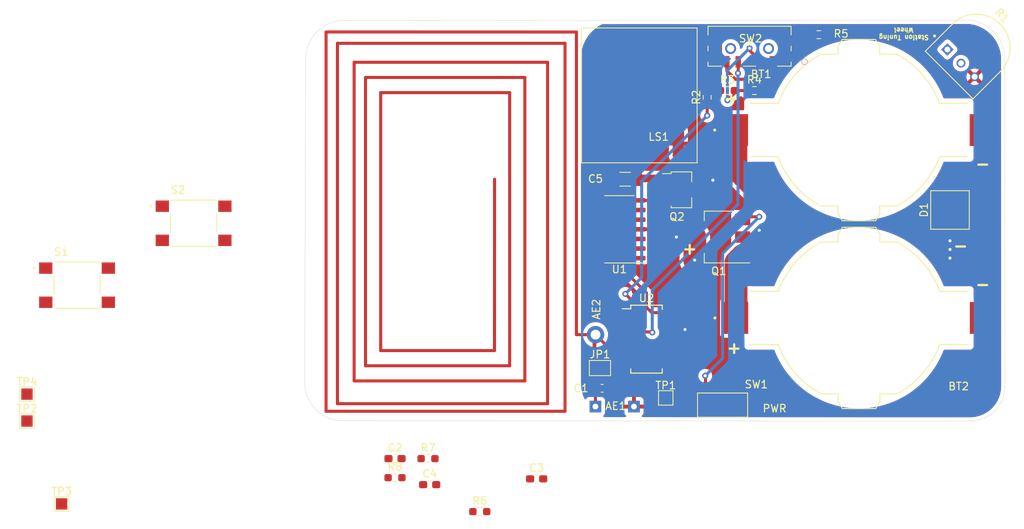
<source format=kicad_pcb>
(kicad_pcb (version 20211014) (generator pcbnew)
  (title_block (title "WalletRadio") (rev "1.0.0"))
  (layers (0 "F.Cu" signal) (31 "B.Cu" signal) (34 "B.Paste" user) (35 "F.Paste" user) (36 "B.SilkS" user "B.Silkscreen") (37 "F.SilkS" user "F.Silkscreen") (38 "B.Mask" user) (39 "F.Mask" user) (44 "Edge.Cuts" user))
  (net 0 "")
  (net 1 "GND")
  (net 2 "/+Vbat")
  (net 3 "Net-(C2-Pad1)")
  (net 4 "Net-(C3-Pad2)")
  (net 5 "Net-(C4-Pad1)")
  (net 6 "Net-(AE1-Pad1)")
  (net 7 "Net-(Q2-Pad3)")
  (net 8 "Net-(AE2-Pad1)")
  (net 9 "Net-(C5-Pad1)")
  (net 10 "Net-(R1-Pad2)")
  (net 11 "Net-(C5-Pad2)")
  (net 12 "Net-(C1-Pad2)")
  (net 13 "Net-(Q1-Pad3)")
  (net 14 "/TUNE1")
  (net 17 "Net-(SW2-Pad3)")
  (net 20 "/VOL+")
  (net 21 "/VOL-")
  (net 25 "Net-(BT1-Pad+)")
  (net 26 "Net-(R2-Pad2)")
  (net 27 "Net-(R3-Pad2)")
  (net 28 "Net-(R4-Pad2)")
  (footprint "TestPoint:TestPoint_Pad_1.5x1.5mm" (layer "F.Cu") (at 66.675 125.609)
    (fp_text reference "TP4" (at 0 -1.648) (layer "F.SilkS"))
    (fp_text value "TestPoint")
    (fp_line (start -0.95 0.95) (end -0.95 -0.95) (layer "F.SilkS") (width 0.12))
    (fp_line (start -0.95 -0.95) (end 0.95 -0.95) (layer "F.SilkS") (width 0.12))
    (fp_line (start 0.95 -0.95) (end 0.95 0.95) (layer "F.SilkS") (width 0.12))
    (fp_line (start 0.95 0.95) (end -0.95 0.95) (layer "F.SilkS") (width 0.12))
    (pad "1" smd rect (at 0 0) (size 1.5 1.5) (layers "F.Cu" "F.Mask") (net 9 "Net-(C5-Pad1)"))
  )
  (footprint "Capacitor_SMD:C_0603_1608Metric_Pad1.08x0.95mm_HandSolder" (layer "F.Cu") (at 119.761 137.541)
    (fp_text reference "C4" (at 0 -1.43) (layer "F.SilkS"))
    (fp_text value "0.1uF")
    (fp_line (start -0.146267 -0.51) (end 0.146267 -0.51) (layer "F.SilkS") (width 0.12))
    (fp_line (start -0.146267 0.51) (end 0.146267 0.51) (layer "F.SilkS") (width 0.12))
    (pad "1" smd roundrect (at -0.8625 0) (size 1.075 0.95) (layers "F.Cu" "F.Paste" "F.Mask") (net 5 "Net-(C4-Pad1)"))
    (pad "2" smd roundrect (at 0.8625 0) (size 1.075 0.95) (layers "F.Cu" "F.Paste" "F.Mask") (net 1 "GND"))
  )
  (footprint "Capacitor_SMD:C_0603_1608Metric_Pad1.08x0.95mm_HandSolder" (layer "F.Cu") (at 133.858 136.779)
    (fp_text reference "C3" (at 0 -1.43) (layer "F.SilkS"))
    (fp_text value "0.1u")
    (fp_line (start -0.146267 0.51) (end 0.146267 0.51) (layer "F.SilkS") (width 0.12))
    (fp_line (start -0.146267 -0.51) (end 0.146267 -0.51) (layer "F.SilkS") (width 0.12))
    (pad "1" smd roundrect (at -0.8625 0) (size 1.075 0.95) (layers "F.Cu" "F.Paste" "F.Mask") (net 1 "GND"))
    (pad "2" smd roundrect (at 0.8625 0) (size 1.075 0.95) (layers "F.Cu" "F.Paste" "F.Mask") (net 4 "Net-(C3-Pad2)"))
  )
  (footprint "Capacitor_SMD:C_0603_1608Metric_Pad1.08x0.95mm_HandSolder" (layer "F.Cu") (at 115.189 134.112)
    (fp_text reference "C2" (at 0 -1.43) (layer "F.SilkS"))
    (fp_text value "0.1u")
    (fp_line (start -0.146267 -0.51) (end 0.146267 -0.51) (layer "F.SilkS") (width 0.12))
    (fp_line (start -0.146267 0.51) (end 0.146267 0.51) (layer "F.SilkS") (width 0.12))
    (pad "1" smd roundrect (at -0.8625 0) (size 1.075 0.95) (layers "F.Cu" "F.Paste" "F.Mask") (net 3 "Net-(C2-Pad1)"))
    (pad "2" smd roundrect (at 0.8625 0) (size 1.075 0.95) (layers "F.Cu" "F.Paste" "F.Mask") (net 2 "/+Vbat"))
  )
  (footprint "WalletRadio:FM_antenna" (layer "F.Cu") (at 140.5015 117.76 90)
    (fp_text reference "AE2" (at 3.333 1.2305 90 unlocked) (layer "F.SilkS"))
    (fp_text value "Antenna")
    (fp_line (start -3.65 -29.2) (end -4.11 -29.2) (layer "F.Cu") (width 0.4))
    (fp_line (start -10.11 -34.4) (end -10.11 -2.9) (layer "F.Cu") (width 0.4))
    (fp_line (start -2.11 -27.2) (end -2.11 -12.2) (layer "F.Cu") (width 0.4))
    (fp_line (start -4.11 -10.2) (end 31.89 -10.2) (layer "F.Cu") (width 0.4))
    (fp_line (start -10.11 -2.9) (end 38.39 -2.9) (layer "F.Cu") (width 0.4))
    (fp_line (start 35.89 -30.7) (end -6.11 -30.7) (layer "F.Cu") (width 0.4))
    (fp_line (start -9.11 -32.9) (end -9.11 -5.2) (layer "F.Cu") (width 0.4))
    (fp_line (start 31.89 -27.2) (end -1.44 -27.2) (layer "F.Cu") (width 0.4))
    (fp_line (start -1.44 -27.2) (end -2.11 -27.2) (layer "F.Cu") (width 0.4))
    (fp_line (start 33.89 -29.2) (end -3.38 -29.2) (layer "F.Cu") (width 0.4))
    (fp_line (start 39.89 -34.4) (end -10.11 -34.4) (layer "F.Cu") (width 0.4))
    (fp_line (start 39.88 -1.4) (end 39.89 -34.4) (layer "F.Cu") (width 0.4))
    (fp_line (start -6.11 -8.2) (end 33.89 -8.2) (layer "F.Cu") (width 0.4))
    (fp_line (start 38.39 -32.9) (end -9.11 -32.9) (layer "F.Cu") (width 0.4))
    (fp_line (start -0.01 -1.4) (end 39.88 -1.4) (layer "F.Cu") (width 0.4))
    (fp_line (start -6.11 -30.7) (end -6.11 -8.2) (layer "F.Cu") (width 0.4))
    (fp_line (start -0.01 0) (end -0.01 -1.4) (layer "F.Cu") (width 0.4))
    (fp_line (start -4.11 -29.2) (end -4.11 -10.2) (layer "F.Cu") (width 0.4))
    (fp_line (start 33.89 -8.2) (end 33.89 -29.2) (layer "F.Cu") (width 0.4))
    (fp_line (start -2.11 -12.2) (end 20.49 -12.19) (layer "F.Cu") (width 0.4))
    (fp_line (start 35.89 -5.2) (end 35.89 -30.7) (layer "F.Cu") (width 0.4))
    (fp_line (start 38.39 -2.9) (end 38.39 -32.9) (layer "F.Cu") (width 0.4))
    (fp_line (start -3.38 -29.2) (end -3.65 -29.2) (layer "F.Cu") (width 0.4))
    (fp_line (start -9.11 -5.2) (end 35.89 -5.2) (layer "F.Cu") (width 0.4))
    (fp_line (start 31.89 -10.2) (end 31.89 -27.2) (layer "F.Cu") (width 0.4))
    (pad "1" thru_hole circle (at -0.01 1.12 90) (size 2.286 2.286) (drill 1.3) (layers *.Cu *.Mask) (net 8 "Net-(AE2-Pad1)"))
  )
  (footprint "WalletRadio:SW_TS05-66-43-BK-260-SMT-67" (layer "F.Cu") (at 88.639 103.092)
    (fp_text reference "S2" (at -2.075 -4.385) (layer "F.SilkS"))
    (fp_text value "TS05-66-43-BK-260-SMT-67")
    (fp_line (start -3.05 -1.18) (end -3.05 1.18) (layer "F.SilkS") (width 0.127))
    (fp_line (start -2.93 3.05) (end 2.93 3.05) (layer "F.SilkS") (width 0.127))
    (fp_line (start 3.05 -1.18) (end 3.05 1.18) (layer "F.SilkS") (width 0.127))
    (fp_line (start -2.93 -3.05) (end 2.93 -3.05) (layer "F.SilkS") (width 0.127))
    (fp_circle (center -5.625 -2.25) (end -5.525 -2.25) (layer "F.SilkS") (width 0.2) (fill none))
    (pad "1" smd rect (at -4.125 -2.25) (size 1.75 1.5) (layers "F.Cu" "F.Paste" "F.Mask"))
    (pad "2" smd rect (at -4.125 2.25) (size 1.75 1.5) (layers "F.Cu" "F.Paste" "F.Mask"))
    (pad "3" smd rect (at 4.125 -2.25) (size 1.75 1.5) (layers "F.Cu" "F.Paste" "F.Mask") (net 21 "/VOL-"))
    (pad "4" smd rect (at 4.125 2.25) (size 1.75 1.5) (layers "F.Cu" "F.Paste" "F.Mask") (net 1 "GND"))
  )
  (footprint "WalletRadio:CUS-13TB" (layer "F.Cu") (at 161.925 79.756 180)
    (fp_text reference "SW2" (at -0.127 1.016) (layer "F.SilkS"))
    (fp_text value "CUS-13TB" hide)
    (fp_text user "*" (at 0 0) (layer "F.SilkS"))
    (fp_circle (center -7.2517 -2.0519) (end -6.8707 -2.0519) (layer "B.SilkS") (width 0.12) (fill none))
    (fp_line (start -5.4737 2.628901) (end 5.4737 2.628901) (layer "F.SilkS") (width 0.12))
    (fp_line (start -3.688339 -2.6289) (end -5.4737 -2.6289) (layer "F.SilkS") (width 0.12))
    (fp_line (start -5.4737 1.48724) (end -5.4737 2.628901) (layer "F.SilkS") (width 0.12))
    (fp_line (start -5.4737 -0.612759) (end -5.4737 0.00896) (layer "F.SilkS") (width 0.12))
    (fp_line (start 0.81166 -2.6289) (end -0.81166 -2.6289) (layer "F.SilkS") (width 0.12))
    (fp_line (start 5.4737 0.00896) (end 5.4737 -0.612759) (layer "F.SilkS") (width 0.12))
    (fp_line (start -5.4737 -2.6289) (end -5.4737 -2.091039) (layer "F.SilkS") (width 0.12))
    (fp_line (start 5.4737 2.628901) (end 5.4737 1.48724) (layer "F.SilkS") (width 0.12))
    (fp_line (start 5.4737 -2.091039) (end 5.4737 -2.6289) (layer "F.SilkS") (width 0.12))
    (fp_line (start 5.4737 -2.6289) (end 3.688339 -2.6289) (layer "F.SilkS") (width 0.12))
    (fp_circle (center -7.2517 -2.0519) (end -6.8707 -2.0519) (layer "F.SilkS") (width 0.12) (fill none))
    (pad "1" smd rect (at -2.999999 -2.0519 180) (size 0.7112 1.4986) (layers "F.Cu" "F.Paste" "F.Mask") (net 26 "Net-(R2-Pad2)"))
    (pad "2" smd rect (at -1.5 -2.0519 180) (size 0.7112 1.4986) (layers "F.Cu" "F.Paste" "F.Mask") (net 27 "Net-(R3-Pad2)"))
    (pad "3" smd rect (at 1.5 -2.0519 180) (size 0.7112 1.4986) (layers "F.Cu" "F.Paste" "F.Mask") (net 17 "Net-(SW2-Pad3)"))
    (pad "4" smd rect (at 2.999999 -2.0519 180) (size 0.7112 1.4986) (layers "F.Cu" "F.Paste" "F.Mask") (net 28 "Net-(R4-Pad2)"))
    (pad "5" smd rect (at -5.899998 -1.351899 180) (size 0.9906 0.8128) (layers "F.Cu" "F.Paste" "F.Mask"))
    (pad "6" smd rect (at 5.899998 -1.351899 180) (size 0.9906 0.8128) (layers "F.Cu" "F.Paste" "F.Mask"))
    (pad "7" smd rect (at -5.899998 0.7481 180) (size 0.9906 0.8128) (layers "F.Cu" "F.Paste" "F.Mask"))
    (pad "8" smd rect (at 5.899998 0.7481 180) (size 0.9906 0.8128) (layers "F.Cu" "F.Paste" "F.Mask"))
    (pad "9" thru_hole circle (at -2.5 -0.30184 180) (size 1.4478 1.4478) (drill 0.9398) (layers *.Cu *.Mask))
    (pad "10" thru_hole circle (at 2.5 -0.30184 180) (size 1.4478 1.4478) (drill 0.9398) (layers *.Cu *.Mask))
  )
  (footprint "WalletRadio:TRIM_3352T-1-103LF" (layer "F.Cu") (at 191.823873 79.956128 -45)
    (fp_text reference "R1" (at -0.625 -5.435 135) (layer "F.SilkS"))
    (fp_text value "3352T-1-104LF")
    (fp_line (start -4.445 0) (end -4.445 5.08) (layer "F.SilkS") (width 0.127))
    (fp_line (start -4.445 5.08) (end 4.445 5.08) (layer "F.SilkS") (width 0.127))
    (fp_line (start 4.445 0) (end 4.445 5.08) (layer "F.SilkS") (width 0.127))
    (fp_arc (start -4.445 0) (mid 0 -4.445) (end 4.445 0) (layer "F.SilkS") (width 0.127))
    (fp_circle (center -5 2.8) (end -4.9 2.8) (layer "F.SilkS") (width 0.2) (fill none))
    (pad "1" thru_hole rect locked (at -2.54 2.87 315) (size 1.16 1.16) (drill 0.76) (layers *.Cu *.Mask) (net 14 "/TUNE1"))
    (pad "2" thru_hole circle locked (at 0 2.87 315) (size 1.16 1.16) (drill 0.76) (layers *.Cu *.Mask) (net 10 "Net-(R1-Pad2)"))
    (pad "3" thru_hole circle locked (at 2.54 2.87 315) (size 1.16 1.16) (drill 0.76) (layers *.Cu *.Mask) (net 1 "GND"))
  )
  (footprint "TestPoint:TestPoint_Pad_1.5x1.5mm" (layer "F.Cu") (at 66.675 129.159)
    (fp_text reference "TP2" (at 0 -1.648) (layer "F.SilkS"))
    (fp_text value "TestPoint")
    (fp_line (start -0.95 0.95) (end -0.95 -0.95) (layer "F.SilkS") (width 0.12))
    (fp_line (start 0.95 0.95) (end -0.95 0.95) (layer "F.SilkS") (width 0.12))
    (fp_line (start -0.95 -0.95) (end 0.95 -0.95) (layer "F.SilkS") (width 0.12))
    (fp_line (start 0.95 -0.95) (end 0.95 0.95) (layer "F.SilkS") (width 0.12))
    (pad "1" smd rect (at 0 0) (size 1.5 1.5) (layers "F.Cu" "F.Mask") (net 2 "/+Vbat"))
  )
  (footprint "TestPoint:TestPoint_Pad_1.5x1.5mm" (layer "F.Cu") (at 71.247 140.081)
    (fp_text reference "TP3" (at 0 -1.648) (layer "F.SilkS"))
    (fp_text value "TestPoint")
    (fp_line (start -0.95 -0.95) (end 0.95 -0.95) (layer "F.SilkS") (width 0.12))
    (fp_line (start 0.95 0.95) (end -0.95 0.95) (layer "F.SilkS") (width 0.12))
    (fp_line (start -0.95 0.95) (end -0.95 -0.95) (layer "F.SilkS") (width 0.12))
    (fp_line (start 0.95 -0.95) (end 0.95 0.95) (layer "F.SilkS") (width 0.12))
    (pad "1" smd rect (at 0 0) (size 1.5 1.5) (layers "F.Cu" "F.Mask") (net 7 "Net-(Q2-Pad3)"))
  )
  (footprint "WalletRadio:BAT_BU2032SM-JJ-MINI-GTR" (layer "F.Cu") (at 176.328 90.805)
    (fp_text reference "BT1" (at -12.879 -7.366) (layer "F.SilkS"))
    (fp_text value "BU2032SM-JJ-MINI-GTR")
    (fp_line (start -5.04 -10) (end -2.75 -10) (layer "F.SilkS") (width 0.127))
    (fp_line (start -2.75 10) (end -5.04 10) (layer "F.SilkS") (width 0.127))
    (fp_line (start 2.75 10) (end 2.75 11.04) (layer "F.SilkS") (width 0.127))
    (fp_line (start -2.75 -11.04) (end -2.2 -11.95) (layer "F.SilkS") (width 0.127))
    (fp_line (start 10.64 3.5) (end 14.3 3.5) (layer "F.SilkS") (width 0.127))
    (fp_line (start 5.04 10) (end 2.75 10) (layer "F.SilkS") (width 0.127))
    (fp_line (start -2.75 11.04) (end -2.75 10) (layer "F.SilkS") (width 0.127))
    (fp_line (start -10.64 -3.5) (end -14.3 -3.5) (layer "F.SilkS") (width 0.127))
    (fp_line (start -2.2 -11.95) (end 2.2 -11.95) (layer "F.SilkS") (width 0.127))
    (fp_line (start -2.2 11.95) (end -2.75 11.04) (layer "F.SilkS") (width 0.127))
    (fp_line (start 2.2 -11.95) (end 2.75 -11.04) (layer "F.SilkS") (width 0.127))
    (fp_line (start -2.75 -10) (end -2.75 -11.04) (layer "F.SilkS") (width 0.127))
    (fp_line (start 2.2 11.95) (end -2.2 11.95) (layer "F.SilkS") (width 0.127))
    (fp_line (start 14.3 -3.5) (end 10.64 -3.5) (layer "F.SilkS") (width 0.127))
    (fp_line (start 2.75 11.04) (end 2.2 11.95) (layer "F.SilkS") (width 0.127))
    (fp_line (start -14.3 3.5) (end -10.64 3.5) (layer "F.SilkS") (width 0.127))
    (fp_line (start 2.75 -11.04) (end 2.75 -10) (layer "F.SilkS") (width 0.127))
    (fp_line (start 2.75 -10) (end 5.04 -10) (layer "F.SilkS") (width 0.127))
    (fp_arc (start -10.64 -3.5) (mid -8.425939 -7.254809) (end -5.04 -10) (layer "F.SilkS") (width 0.127))
    (fp_arc (start 5.04 -10) (mid 8.425939 -7.254809) (end 10.64 -3.5) (layer "F.SilkS") (width 0.127))
    (fp_arc (start 10.64 3.5) (mid 8.425939 7.254809) (end 5.04 10) (layer "F.SilkS") (width 0.127))
    (fp_arc (start -5.04 10) (mid -8.425939 7.254809) (end -10.64 3.5) (layer "F.SilkS") (width 0.127))
    (fp_circle (center -19 0) (end -18.9 0) (layer "F.SilkS") (width 0.2) (fill none))
    (fp_line (start -14.605 -3.685) (end -14.605 3.685) (layer "Edge.Cuts") (width 0.01))
    (fp_line (start -10.82 -3.685) (end -14.605 -3.685) (layer "Edge.Cuts") (width 0.01))
    (fp_line (start 10.82 3.685) (end 14.605 3.685) (layer "Edge.Cuts") (width 0.01))
    (fp_line (start 14.605 -3.685) (end 10.82 -3.685) (layer "Edge.Cuts") (width 0.01))
    (fp_line (start -14.605 3.685) (end -10.82 3.685) (layer "Edge.Cuts") (width 0.01))
    (fp_line (start 14.605 3.685) (end 14.605 -3.685) (layer "Edge.Cuts") (width 0.01))
    (fp_arc (start 0 -11.43) (mid 6.653137 -9.294201) (end 10.82 -3.685) (layer "Edge.Cuts") (width 0.01))
    (fp_arc (start 0 11.43) (mid -6.653137 9.294201) (end -10.82 3.685) (layer "Edge.Cuts") (width 0.01))
    (fp_arc (start 10.82 3.685) (mid 6.653137 9.294201) (end 0 11.43) (layer "Edge.Cuts") (width 0.01))
    (fp_arc (start -10.82 -3.685) (mid -6.653137 -9.294201) (end 0 -11.43) (layer "Edge.Cuts") (width 0.01))
    (pad "+" smd rect (at -16.205 0) (size 3.2 4.2) (layers "F.Cu" "F.Paste" "F.Mask") (net 25 "Net-(BT1-Pad+)"))
    (pad "-" smd rect (at 16.205 0 180) (size 3.2 4.2) (layers "F.Cu" "F.Paste" "F.Mask") (net 1 "GND"))
  )
  (footprint "Resistor_SMD:R_0603_1608Metric_Pad0.98x0.95mm_HandSolder" (layer "F.Cu") (at 171.0455 78.232)
    (fp_text reference "R5" (at 2.9445 -0.127) (layer "F.SilkS"))
    (fp_text value "67k")
    (fp_line (start -0.254724 0.5225) (end 0.254724 0.5225) (layer "F.SilkS") (width 0.12))
    (fp_line (start -0.254724 -0.5225) (end 0.254724 -0.5225) (layer "F.SilkS") (width 0.12))
    (pad "1" smd roundrect (at -0.9125 0) (size 0.975 0.95) (layers "F.Cu" "F.Paste" "F.Mask") (net 28 "Net-(R4-Pad2)"))
    (pad "2" smd roundrect (at 0.9125 0) (size 0.975 0.95) (layers "F.Cu" "F.Paste" "F.Mask") (net 1 "GND"))
  )
  (footprint "WalletRadio:Wall" (layer "F.Cu") (at 147.39 92.583 180)
    (fp_text reference "LS1" (at -2.560511 0.889) (layer "F.SilkS"))
    (fp_text value "8 Ohm Speaker")
    (fp_line (start 7.62 -2.54) (end 7.62 15.24) (layer "F.SilkS") (width 0.12))
    (fp_line (start -7.62 -2.54) (end 7.62 -2.54) (layer "F.SilkS") (width 0.12))
    (fp_line (start 7.62 15.24) (end -7.62 15.24) (layer "F.SilkS") (width 0.12))
    (fp_line (start -7.62 15.24) (end -7.62 -2.54) (layer "F.SilkS") (width 0.12))
    (pad "1" smd rect locked (at 5.15 0 180) (size 1.5 3.5) (layers "F.Cu" "F.Paste" "F.Mask") (net 9 "Net-(C5-Pad1)"))
    (pad "2" smd rect locked (at -5.15 0 180) (size 1.5 3.5) (layers "F.Cu" "F.Paste" "F.Mask") (net 1 "GND"))
  )
  (footprint "Package_TO_SOT_SMD:SOT-89-3_Handsoldering" (layer "F.Cu") (at 152.6395 98.679)
    (fp_text reference "Q2" (at -0.2845 3.556) (layer "F.SilkS"))
    (fp_text value "Q_NPN_ECB")
    (fp_line (start -2.2 -2.13) (end -1.06 -2.13) (layer "F.SilkS") (width 0.12))
    (fp_line (start 1.66 2.36) (end -1.06 2.36) (layer "F.SilkS") (width 0.12))
    (fp_line (start -1.06 2.36) (end -1.06 2.13) (layer "F.SilkS") (width 0.12))
    (fp_line (start -1.06 -2.36) (end 1.66 -2.36) (layer "F.SilkS") (width 0.12))
    (fp_line (start 1.66 1.05) (end 1.66 2.36) (layer "F.SilkS") (width 0.12))
    (fp_line (start 1.66 -2.36) (end 1.66 -1.05) (layer "F.SilkS") (width 0.12))
    (fp_line (start -1.06 -2.36) (end -1.06 -2.13) (layer "F.SilkS") (width 0.12))
    (pad "1" smd rect (at -2.15 -1.5) (size 2.3 0.9) (layers "F.Cu" "F.Paste" "F.Mask") (net 11 "Net-(C5-Pad2)"))
    (pad "2" smd custom (at -2.0625 0) (size 2.475 0.9) (layers "F.Cu" "F.Paste" "F.Mask") (net 2 "/+Vbat") (options (clearance outline) (anchor rect)) (primitives (gr_poly (pts (xy 5.3625 0.8665) (xy 1.2375 0.8665) (xy 1.2375 -0.8665) (xy 5.3625 -0.8665)) (width 0) (fill yes))))
    (pad "3" smd rect (at -2.15 1.5) (size 2.3 0.9) (layers "F.Cu" "F.Paste" "F.Mask") (net 7 "Net-(Q2-Pad3)"))
  )
  (footprint "TestPoint:TestPoint_Pad_1.5x1.5mm" (layer "F.Cu") (at 150.876 126.111)
    (fp_text reference "TP1" (at 0 -1.648) (layer "F.SilkS"))
    (fp_text value "TestPoint")
    (fp_line (start -0.95 -0.95) (end 0.95 -0.95) (layer "F.SilkS") (width 0.12))
    (fp_line (start 0.95 0.95) (end -0.95 0.95) (layer "F.SilkS") (width 0.12))
    (fp_line (start 0.95 -0.95) (end 0.95 0.95) (layer "F.SilkS") (width 0.12))
    (fp_line (start -0.95 0.95) (end -0.95 -0.95) (layer "F.SilkS") (width 0.12))
    (pad "1" smd rect (at 0 0) (size 1.5 1.5) (layers "F.Cu" "F.Mask") (net 25 "Net-(BT1-Pad+)"))
  )
  (footprint "Package_SO:SOIC-14_3.9x8.7mm_P1.27mm" (layer "F.Cu") (at 144.7655 103.886 180)
    (fp_text reference "U1" (at 0 -5.28) (layer "F.SilkS"))
    (fp_text value "LM324A")
    (fp_line (start 0 4.435) (end 1.95 4.435) (layer "F.SilkS") (width 0.12))
    (fp_line (start 0 -4.435) (end 1.95 -4.435) (layer "F.SilkS") (width 0.12))
    (fp_line (start 0 4.435) (end -1.95 4.435) (layer "F.SilkS") (width 0.12))
    (fp_line (start 0 -4.435) (end -3.45 -4.435) (layer "F.SilkS") (width 0.12))
    (pad "1" smd roundrect (at -2.475 -3.81 180) (size 1.95 0.6) (layers "F.Cu" "F.Paste" "F.Mask"))
    (pad "2" smd roundrect (at -2.475 -2.54 180) (size 1.95 0.6) (layers "F.Cu" "F.Paste" "F.Mask"))
    (pad "3" smd roundrect (at -2.475 -1.27 180) (size 1.95 0.6) (layers "F.Cu" "F.Paste" "F.Mask"))
    (pad "4" smd roundrect (at -2.475 0 180) (size 1.95 0.6) (layers "F.Cu" "F.Paste" "F.Mask") (net 2 "/+Vbat"))
    (pad "5" smd roundrect (at -2.475 1.27 180) (size 1.95 0.6) (layers "F.Cu" "F.Paste" "F.Mask") (net 5 "Net-(C4-Pad1)"))
    (pad "6" smd roundrect (at -2.475 2.54 180) (size 1.95 0.6) (layers "F.Cu" "F.Paste" "F.Mask") (net 11 "Net-(C5-Pad2)"))
    (pad "7" smd roundrect (at -2.475 3.81 180) (size 1.95 0.6) (layers "F.Cu" "F.Paste" "F.Mask") (net 7 "Net-(Q2-Pad3)"))
    (pad "8" smd roundrect (at 2.475 3.81 180) (size 1.95 0.6) (layers "F.Cu" "F.Paste" "F.Mask"))
    (pad "9" smd roundrect (at 2.475 2.54 180) (size 1.95 0.6) (layers "F.Cu" "F.Paste" "F.Mask"))
    (pad "10" smd roundrect (at 2.475 1.27 180) (size 1.95 0.6) (layers "F.Cu" "F.Paste" "F.Mask"))
    (pad "11" smd roundrect (at 2.475 0 180) (size 1.95 0.6) (layers "F.Cu" "F.Paste" "F.Mask") (net 1 "GND"))
    (pad "12" smd roundrect (at 2.475 -1.27 180) (size 1.95 0.6) (layers "F.Cu" "F.Paste" "F.Mask"))
    (pad "13" smd roundrect (at 2.475 -2.54 180) (size 1.95 0.6) (layers "F.Cu" "F.Paste" "F.Mask"))
    (pad "14" smd roundrect (at 2.475 -3.81 180) (size 1.95 0.6) (layers "F.Cu" "F.Paste" "F.Mask"))
  )
  (footprint "Resistor_SMD:R_0603_1608Metric_Pad0.98x0.95mm_HandSolder" (layer "F.Cu") (at 119.539 134.112)
    (fp_text reference "R7" (at 0 -1.43) (layer "F.SilkS"))
    (fp_text value "56k")
    (fp_line (start -0.254724 -0.5225) (end 0.254724 -0.5225) (layer "F.SilkS") (width 0.12))
    (fp_line (start -0.254724 0.5225) (end 0.254724 0.5225) (layer "F.SilkS") (width 0.12))
    (pad "1" smd roundrect (at -0.9125 0) (size 0.975 0.95) (layers "F.Cu" "F.Paste" "F.Mask") (net 2 "/+Vbat"))
    (pad "2" smd roundrect (at 0.9125 0) (size 0.975 0.95) (layers "F.Cu" "F.Paste" "F.Mask") (net 21 "/VOL-"))
  )
  (footprint "Capacitor_SMD:C_1206_3216Metric_Pad1.33x1.80mm_HandSolder" (layer "F.Cu") (at 145.5275 97.282)
    (fp_text reference "C5" (at -3.9116 -0.0508) (layer "F.SilkS"))
    (fp_text value "100uF")
    (fp_line (start -0.711252 -0.91) (end 0.711252 -0.91) (layer "F.SilkS") (width 0.12))
    (fp_line (start -0.711252 0.91) (end 0.711252 0.91) (layer "F.SilkS") (width 0.12))
    (pad "1" smd roundrect (at -1.5625 0) (size 1.325 1.8) (layers "F.Cu" "F.Paste" "F.Mask") (roundrect_rratio 0.188679) (net 9 "Net-(C5-Pad1)"))
    (pad "2" smd roundrect (at 1.5625 0) (size 1.325 1.8) (layers "F.Cu" "F.Paste" "F.Mask") (roundrect_rratio 0.188679) (net 11 "Net-(C5-Pad2)"))
  )
  (footprint "WalletRadio:Loop_Antenna" (layer "F.Cu") (at 144.145 127.254)
    (fp_text reference "AE1" (at 0.127 -0.0762) (layer "F.SilkS"))
    (fp_text value "Antenna_Loop")
    (pad "1" thru_hole rect locked (at -2.54 0) (size 1.524 1.524) (drill 0.762) (layers *.Cu *.Mask) (net 6 "Net-(AE1-Pad1)"))
    (pad "2" thru_hole rect locked (at 2.54 0) (size 1.524 1.524) (drill 0.762) (layers *.Cu *.Mask) (net 1 "GND"))
  )
  (footprint "Resistor_SMD:R_0603_1608Metric_Pad0.98x0.95mm_HandSolder" (layer "F.Cu") (at 162.56 85.598)
    (fp_text reference "R4" (at 0 -1.43) (layer "F.SilkS"))
    (fp_text value "180k")
    (fp_line (start -0.254724 -0.5225) (end 0.254724 -0.5225) (layer "F.SilkS") (width 0.12))
    (fp_line (start -0.254724 0.5225) (end 0.254724 0.5225) (layer "F.SilkS") (width 0.12))
    (pad "1" smd roundrect (at -0.9125 0) (size 0.975 0.95) (layers "F.Cu" "F.Paste" "F.Mask") (net 27 "Net-(R3-Pad2)"))
    (pad "2" smd roundrect (at 0.9125 0) (size 0.975 0.95) (layers "F.Cu" "F.Paste" "F.Mask") (net 28 "Net-(R4-Pad2)"))
  )
  (footprint "Resistor_SMD:R_0603_1608Metric_Pad0.98x0.95mm_HandSolder" (layer "F.Cu") (at 156.337 86.487 90)
    (fp_text reference "R2" (at 0 -1.43 90) (layer "F.SilkS"))
    (fp_text value "143k")
    (fp_line (start -0.254724 0.5225) (end 0.254724 0.5225) (layer "F.SilkS") (width 0.12))
    (fp_line (start -0.254724 -0.5225) (end 0.254724 -0.5225) (layer "F.SilkS") (width 0.12))
    (pad "1" smd roundrect (at -0.9125 0 90) (size 0.975 0.95) (layers "F.Cu" "F.Paste" "F.Mask") (net 14 "/TUNE1"))
    (pad "2" smd roundrect (at 0.9125 0 90) (size 0.975 0.95) (layers "F.Cu" "F.Paste" "F.Mask") (net 26 "Net-(R2-Pad2)"))
  )
  (footprint "WalletRadio:BAT_BU2032SM-JJ-MINI-GTR" (layer "F.Cu") (at 176.351 115.57)
    (fp_text reference "BT2" (at 13.133 9.017) (layer "F.SilkS"))
    (fp_text value "BU2032SM-JJ-MINI-GTR")
    (fp_line (start 2.2 -11.95) (end 2.75 -11.04) (layer "F.SilkS") (width 0.127))
    (fp_line (start -2.2 -11.95) (end 2.2 -11.95) (layer "F.SilkS") (width 0.127))
    (fp_line (start -2.75 -11.04) (end -2.2 -11.95) (layer "F.SilkS") (width 0.127))
    (fp_line (start 2.75 -10) (end 5.04 -10) (layer "F.SilkS") (width 0.127))
    (fp_line (start -2.75 -10) (end -2.75 -11.04) (layer "F.SilkS") (width 0.127))
    (fp_line (start -10.64 -3.5) (end -14.3 -3.5) (layer "F.SilkS") (width 0.127))
    (fp_line (start -2.75 11.04) (end -2.75 10) (layer "F.SilkS") (width 0.127))
    (fp_line (start 10.64 3.5) (end 14.3 3.5) (layer "F.SilkS") (width 0.127))
    (fp_line (start -2.2 11.95) (end -2.75 11.04) (layer "F.SilkS") (width 0.127))
    (fp_line (start -14.3 3.5) (end -10.64 3.5) (layer "F.SilkS") (width 0.127))
    (fp_line (start 5.04 10) (end 2.75 10) (layer "F.SilkS") (width 0.127))
    (fp_line (start -2.75 10) (end -5.04 10) (layer "F.SilkS") (width 0.127))
    (fp_line (start -5.04 -10) (end -2.75 -10) (layer "F.SilkS") (width 0.127))
    (fp_line (start 2.2 11.95) (end -2.2 11.95) (layer "F.SilkS") (width 0.127))
    (fp_line (start 14.3 -3.5) (end 10.64 -3.5) (layer "F.SilkS") (width 0.127))
    (fp_line (start 2.75 10) (end 2.75 11.04) (layer "F.SilkS") (width 0.127))
    (fp_line (start 2.75 -11.04) (end 2.75 -10) (layer "F.SilkS") (width 0.127))
    (fp_line (start 2.75 11.04) (end 2.2 11.95) (layer "F.SilkS") (width 0.127))
    (fp_arc (start 5.04 -10) (mid 8.425939 -7.254809) (end 10.64 -3.5) (layer "F.SilkS") (width 0.127))
    (fp_arc (start -5.04 10) (mid -8.425939 7.254809) (end -10.64 3.5) (layer "F.SilkS") (width 0.127))
    (fp_arc (start 10.64 3.5) (mid 8.425939 7.254809) (end 5.04 10) (layer "F.SilkS") (width 0.127))
    (fp_arc (start -10.64 -3.5) (mid -8.425939 -7.254809) (end -5.04 -10) (layer "F.SilkS") (width 0.127))
    (fp_circle (center -19 0) (end -18.9 0) (layer "F.SilkS") (width 0.2) (fill none))
    (fp_line (start 10.82 3.685) (end 14.605 3.685) (layer "Edge.Cuts") (width 0.01))
    (fp_line (start 14.605 3.685) (end 14.605 -3.685) (layer "Edge.Cuts") (width 0.01))
    (fp_line (start 14.605 -3.685) (end 10.82 -3.685) (layer "Edge.Cuts") (width 0.01))
    (fp_line (start -14.605 3.685) (end -10.82 3.685) (layer "Edge.Cuts") (width 0.01))
    (fp_line (start -14.605 -3.685) (end -14.605 3.685) (layer "Edge.Cuts") (width 0.01))
    (fp_line (start -10.82 -3.685) (end -14.605 -3.685) (layer "Edge.Cuts") (width 0.01))
    (fp_arc (start -10.82 -3.685) (mid -6.653137 -9.294201) (end 0 -11.43) (layer "Edge.Cuts") (width 0.01))
    (fp_arc (start 10.82 3.685) (mid 6.653137 9.294201) (end 0 11.43) (layer "Edge.Cuts") (width 0.01))
    (fp_arc (start 0 -11.43) (mid 6.653137 -9.294201) (end 10.82 -3.685) (layer "Edge.Cuts") (width 0.01))
    (fp_arc (start 0 11.43) (mid -6.653137 9.294201) (end -10.82 3.685) (layer "Edge.Cuts") (width 0.01))
    (pad "+" smd rect (at -16.205 0) (size 3.2 4.2) (layers "F.Cu" "F.Paste" "F.Mask") (net 25 "Net-(BT1-Pad+)"))
    (pad "-" smd rect (at 16.205 0 180) (size 3.2 4.2) (layers "F.Cu" "F.Paste" "F.Mask") (net 1 "GND"))
  )
  (footprint "WalletRadio:5.0SMDJ9.0CA" (layer "F.Cu") (at 188.341 101.336 90)
    (fp_text reference "D1" (at 0 -3.429 90) (layer "F.SilkS"))
    (fp_text value "D_TVS")
    (fp_line (start -2.54 2.54) (end -2.54 -2.54) (layer "F.SilkS") (width 0.12))
    (fp_line (start 2.54 -2.54) (end 2.54 2.54) (layer "F.SilkS") (width 0.12))
    (fp_line (start -2.54 -2.54) (end 2.54 -2.54) (layer "F.SilkS") (width 0.12))
    (fp_line (start 2.54 2.54) (end -2.54 2.54) (layer "F.SilkS") (width 0.12))
    (pad "1" smd rect locked (at -2.55 0 90) (size 2 3.07) (layers "F.Cu" "F.Paste" "F.Mask") (net 2 "/+Vbat"))
    (pad "2" smd rect locked (at 2.55 0 90) (size 2 3.07) (layers "F.Cu" "F.Paste" "F.Mask") (net 1 "GND"))
  )
  (footprint "Capacitor_SMD:C_0603_1608Metric_Pad1.08x0.95mm_HandSolder" (layer "F.Cu") (at 142.494 124.841)
    (fp_text reference "C1" (at -2.794 0) (layer "F.SilkS"))
    (fp_text value "0.47u")
    (fp_line (start -0.146267 -0.51) (end 0.146267 -0.51) (layer "F.SilkS") (width 0.12))
    (fp_line (start -0.146267 0.51) (end 0.146267 0.51) (layer "F.SilkS") (width 0.12))
    (pad "1" smd roundrect (at -0.8625 0) (size 1.075 0.95) (layers "F.Cu" "F.Paste" "F.Mask") (net 6 "Net-(AE1-Pad1)"))
    (pad "2" smd roundrect (at 0.8625 0) (size 1.075 0.95) (layers "F.Cu" "F.Paste" "F.Mask") (net 12 "Net-(C1-Pad2)"))
  )
  (footprint "Package_TO_SOT_SMD:SOT-223" (layer "F.Cu") (at 157.861 104.902 180)
    (fp_text reference "Q1" (at 0 -4.5) (layer "F.SilkS"))
    (fp_text value "BSP315P")
    (fp_line (start -1.85 3.41) (end 1.91 3.41) (layer "F.SilkS") (width 0.12))
    (fp_line (start 1.91 3.41) (end 1.91 2.15) (layer "F.SilkS") (width 0.12))
    (fp_line (start -4.1 -3.41) (end 1.91 -3.41) (layer "F.SilkS") (width 0.12))
    (fp_line (start 1.91 -3.41) (end 1.91 -2.15) (layer "F.SilkS") (width 0.12))
    (pad "1" smd rect (at -3.15 -2.3 180) (size 2 1.5) (layers "F.Cu" "F.Paste" "F.Mask") (net 25 "Net-(BT1-Pad+)"))
    (pad "2" smd rect (at -3.15 0 180) (size 2 1.5) (layers "F.Cu" "F.Paste" "F.Mask") (net 2 "/+Vbat"))
    (pad "3" smd rect (at -3.15 2.3 180) (size 2 1.5) (layers "F.Cu" "F.Paste" "F.Mask") (net 13 "Net-(Q1-Pad3)"))
    (pad "4" smd rect (at 3.15 0 180) (size 2 3.8) (layers "F.Cu" "F.Paste" "F.Mask") (net 2 "/+Vbat"))
  )
  (footprint "Resistor_SMD:R_0603_1608Metric_Pad0.98x0.95mm_HandSolder" (layer "F.Cu") (at 159.004 85.598)
    (fp_text reference "R3" (at 0 -1.43) (layer "F.SilkS"))
    (fp_text value "110k")
    (fp_line (start -0.254724 0.5225) (end 0.254724 0.5225) (layer "F.SilkS") (width 0.12))
    (fp_line (start -0.254724 -0.5225) (end 0.254724 -0.5225) (layer "F.SilkS") (width 0.12))
    (pad "1" smd roundrect (at -0.9125 0) (size 0.975 0.95) (layers "F.Cu" "F.Paste" "F.Mask") (net 26 "Net-(R2-Pad2)"))
    (pad "2" smd roundrect (at 0.9125 0) (size 0.975 0.95) (layers "F.Cu" "F.Paste" "F.Mask") (net 27 "Net-(R3-Pad2)"))
  )
  (footprint "WalletRadio:CUS-12TB_Switch" (layer "F.Cu") (at 158.369 121.967)
    (fp_text reference "SW1" (at 4.445 2.366) (layer "F.SilkS"))
    (fp_text value "SW_SPDT")
    (fp_line (start -3.3 6.7) (end -3.3 3.5) (layer "F.SilkS") (width 0.12))
    (fp_line (start 3.3 6.7) (end -3.3 6.7) (layer "F.SilkS") (width 0.12))
    (fp_line (start -3.3 3.5) (end 3.3 3.5) (layer "F.SilkS") (width 0.12))
    (fp_line (start 3.3 3.5) (end 3.3 6.7) (layer "F.SilkS") (width 0.12))
    (pad "1" smd rect (at 0.75 2.8) (size 0.6 1.5) (layers "F.Cu" "F.Paste" "F.Mask") (net 1 "GND"))
    (pad "2" smd rect (at -2.25 2.8) (size 0.6 1.5) (layers "F.Cu" "F.Paste" "F.Mask") (net 13 "Net-(Q1-Pad3)"))
    (pad "3" smd rect (at 2.25 2.8) (size 0.6 1.5) (layers "F.Cu" "F.Paste" "F.Mask") (net 25 "Net-(BT1-Pad+)"))
    (pad "4" smd rect (at 3.9 5.08 90) (size 0.6 1.2) (layers "F.Cu" "F.Paste" "F.Mask"))
    (pad "4" smd rect (at -3.9 3.8 90) (size 0.6 1.2) (layers "F.Cu" "F.Paste" "F.Mask"))
    (pad "4" smd rect (at -3.9 5.08 90) (size 0.6 1.2) (layers "F.Cu" "F.Paste" "F.Mask"))
    (pad "4" smd rect (at 3.9 3.8 90) (size 0.6 1.2) (layers "F.Cu" "F.Paste" "F.Mask"))
  )
  (footprint "Resistor_SMD:R_0603_1608Metric_Pad0.98x0.95mm_HandSolder" (layer "F.Cu") (at 126.365 141.097)
    (fp_text reference "R6" (at 0 -1.43) (layer "F.SilkS"))
    (fp_text value "100k")
    (fp_line (start -0.254724 -0.5225) (end 0.254724 -0.5225) (layer "F.SilkS") (width 0.12))
    (fp_line (start -0.254724 0.5225) (end 0.254724 0.5225) (layer "F.SilkS") (width 0.12))
    (pad "1" smd roundrect (at -0.9125 0) (size 0.975 0.95) (layers "F.Cu" "F.Paste" "F.Mask") (net 2 "/+Vbat"))
    (pad "2" smd roundrect (at 0.9125 0) (size 0.975 0.95) (layers "F.Cu" "F.Paste" "F.Mask") (net 4 "Net-(C3-Pad2)"))
  )
  (footprint "WalletRadio:SW_TS05-66-43-BK-260-SMT-67" (layer "F.Cu") (at 73.279 111.252)
    (fp_text reference "S1" (at -2.075 -4.385) (layer "F.SilkS"))
    (fp_text value "TS05-66-43-BK-260-SMT-67")
    (fp_line (start -2.93 3.05) (end 2.93 3.05) (layer "F.SilkS") (width 0.127))
    (fp_line (start 3.05 -1.18) (end 3.05 1.18) (layer "F.SilkS") (width 0.127))
    (fp_line (start -2.93 -3.05) (end 2.93 -3.05) (layer "F.SilkS") (width 0.127))
    (fp_line (start -3.05 -1.18) (end -3.05 1.18) (layer "F.SilkS") (width 0.127))
    (fp_circle (center -5.625 -2.25) (end -5.525 -2.25) (layer "F.SilkS") (width 0.2) (fill none))
    (pad "1" smd rect (at -4.125 -2.25) (size 1.75 1.5) (layers "F.Cu" "F.Paste" "F.Mask") (net 20 "/VOL+"))
    (pad "2" smd rect (at -4.125 2.25) (size 1.75 1.5) (layers "F.Cu" "F.Paste" "F.Mask") (net 1 "GND"))
    (pad "3" smd rect (at 4.125 -2.25) (size 1.75 1.5) (layers "F.Cu" "F.Paste" "F.Mask"))
    (pad "4" smd rect (at 4.125 2.25) (size 1.75 1.5) (layers "F.Cu" "F.Paste" "F.Mask"))
  )
  (footprint "Jumper:SolderJumper-2_P1.3mm_Open_TrianglePad1.0x1.5mm" (layer "F.Cu") (at 142.203 122.174)
    (fp_text reference "JP1" (at 0 -1.8) (layer "F.SilkS"))
    (fp_text value "SolderJumper_2_Open")
    (fp_line (start -1.4 1) (end -1.4 -1) (layer "F.SilkS") (width 0.12))
    (fp_line (start 1.4 1) (end -1.4 1) (layer "F.SilkS") (width 0.12))
    (fp_line (start -1.4 -1) (end 1.4 -1) (layer "F.SilkS") (width 0.12))
    (fp_line (start 1.4 -1) (end 1.4 1) (layer "F.SilkS") (width 0.12))
    (pad "1" smd custom (at -0.725 0) (size 0.3 0.3) (layers "F.Cu" "F.Mask") (net 8 "Net-(AE2-Pad1)") (options (clearance outline) (anchor rect)) (primitives (gr_poly (pts (xy 1 0) (xy 0.5 0.75) (xy -0.5 0.75) (xy -0.5 -0.75) (xy 0.5 -0.75)) (width 0) (fill yes))))
    (pad "2" smd custom (at 0.725 0) (size 0.3 0.3) (layers "F.Cu" "F.Mask") (net 6 "Net-(AE1-Pad1)") (options (clearance outline) (anchor rect)) (primitives (gr_poly (pts (xy 0.5 0.75) (xy -0.65 0.75) (xy -0.15 0) (xy -0.65 -0.75) (xy 0.5 -0.75)) (width 0) (fill yes))))
  )
  (footprint "Package_SO:SSOP-24_3.9x8.7mm_P0.635mm" (layer "F.Cu") (at 148.336 118.364)
    (fp_text reference "U2" (at 0 -5.4) (layer "F.SilkS"))
    (fp_text value "Si4824")
    (fp_line (start 2.075 -4.475) (end 2.075 -3.9175) (layer "F.SilkS") (width 0.15))
    (fp_line (start -2.075 -4) (end -3.2 -4) (layer "F.SilkS") (width 0.15))
    (fp_line (start -2.075 4.475) (end -2.075 3.9175) (layer "F.SilkS") (width 0.15))
    (fp_line (start -2.075 4.475) (end 2.075 4.475) (layer "F.SilkS") (width 0.15))
    (fp_line (start -2.075 -4.475) (end 2.075 -4.475) (layer "F.SilkS") (width 0.15))
    (fp_line (start -2.075 -4.475) (end -2.075 -4) (layer "F.SilkS") (width 0.15))
    (fp_line (start 2.075 4.475) (end 2.075 3.9175) (layer "F.SilkS") (width 0.15))
    (pad "1" smd rect (at -2.6 -3.4925) (size 1.2 0.4) (layers "F.Cu" "F.Paste" "F.Mask"))
    (pad "2" smd rect (at -2.6 -2.8575) (size 1.2 0.4) (layers "F.Cu" "F.Paste" "F.Mask"))
    (pad "3" smd rect (at -2.6 -2.2225) (size 1.2 0.4) (layers "F.Cu" "F.Paste" "F.Mask") (net 14 "/TUNE1"))
    (pad "4" smd rect (at -2.6 -1.5875) (size 1.2 0.4) (layers "F.Cu" "F.Paste" "F.Mask") (net 10 "Net-(R1-Pad2)"))
    (pad "5" smd rect (at -2.6 -0.9525) (size 1.2 0.4) (layers "F.Cu" "F.Paste" "F.Mask") (net 17 "Net-(SW2-Pad3)"))
    (pad "6" smd rect (at -2.6 -0.3175) (size 1.2 0.4) (layers "F.Cu" "F.Paste" "F.Mask"))
    (pad "7" smd rect (at -2.6 0.3175) (size 1.2 0.4) (layers "F.Cu" "F.Paste" "F.Mask"))
    (pad "8" smd rect (at -2.6 0.9525) (size 1.2 0.4) (layers "F.Cu" "F.Paste" "F.Mask") (net 8 "Net-(AE2-Pad1)"))
    (pad "9" smd rect (at -2.6 1.5875) (size 1.2 0.4) (layers "F.Cu" "F.Paste" "F.Mask") (net 1 "GND"))
    (pad "10" smd rect (at -2.6 2.2225) (size 1.2 0.4) (layers "F.Cu" "F.Paste" "F.Mask") (net 1 "GND"))
    (pad "11" smd rect (at -2.6 2.8575) (size 1.2 0.4) (layers "F.Cu" "F.Paste" "F.Mask") (net 1 "GND"))
    (pad "12" smd rect (at -2.6 3.4925) (size 1.2 0.4) (layers "F.Cu" "F.Paste" "F.Mask") (net 12 "Net-(C1-Pad2)"))
    (pad "13" smd rect (at 2.6 3.4925) (size 1.2 0.4) (layers "F.Cu" "F.Paste" "F.Mask") (net 1 "GND"))
    (pad "14" smd rect (at 2.6 2.8575) (size 1.2 0.4) (layers "F.Cu" "F.Paste" "F.Mask") (net 1 "GND"))
    (pad "15" smd rect (at 2.6 2.2225) (size 1.2 0.4) (layers "F.Cu" "F.Paste" "F.Mask") (net 4 "Net-(C3-Pad2)"))
    (pad "16" smd rect (at 2.6 1.5875) (size 1.2 0.4) (layers "F.Cu" "F.Paste" "F.Mask") (net 20 "/VOL+"))
    (pad "17" smd rect (at 2.6 0.9525) (size 1.2 0.4) (layers "F.Cu" "F.Paste" "F.Mask") (net 21 "/VOL-"))
    (pad "18" smd rect (at 2.6 0.3175) (size 1.2 0.4) (layers "F.Cu" "F.Paste" "F.Mask"))
    (pad "19" smd rect (at 2.6 -0.3175) (size 1.2 0.4) (layers "F.Cu" "F.Paste" "F.Mask"))
    (pad "20" smd rect (at 2.6 -0.9525) (size 1.2 0.4) (layers "F.Cu" "F.Paste" "F.Mask") (net 2 "/+Vbat"))
    (pad "21" smd rect (at 2.6 -1.5875) (size 1.2 0.4) (layers "F.Cu" "F.Paste" "F.Mask") (net 2 "/+Vbat"))
    (pad "22" smd rect (at 2.6 -2.2225) (size 1.2 0.4) (layers "F.Cu" "F.Paste" "F.Mask") (net 3 "Net-(C2-Pad1)"))
    (pad "23" smd rect (at 2.6 -2.8575) (size 1.2 0.4) (layers "F.Cu" "F.Paste" "F.Mask"))
    (pad "24" smd rect (at 2.6 -3.4925) (size 1.2 0.4) (layers "F.Cu" "F.Paste" "F.Mask") (net 5 "Net-(C4-Pad1)"))
  )
  (footprint "Resistor_SMD:R_0603_1608Metric_Pad0.98x0.95mm_HandSolder" (layer "F.Cu") (at 115.189 136.622)
    (fp_text reference "R8" (at 0 -1.43) (layer "F.SilkS"))
    (fp_text value "56k")
    (fp_line (start -0.254724 0.5225) (end 0.254724 0.5225) (layer "F.SilkS") (width 0.12))
    (fp_line (start -0.254724 -0.5225) (end 0.254724 -0.5225) (layer "F.SilkS") (width 0.12))
    (pad "1" smd roundrect (at -0.9125 0) (size 0.975 0.95) (layers "F.Cu" "F.Paste" "F.Mask") (net 2 "/+Vbat"))
    (pad "2" smd roundrect (at 0.9125 0) (size 0.975 0.95) (layers "F.Cu" "F.Paste" "F.Mask") (net 20 "/VOL+"))
  )
  (gr_arc (start 108.381245 129.128755) (mid 104.775 127.635) (end 103.281245 124.028755) (layer "Edge.Cuts") (width 0.05))
  (gr_line (start 190.999056 129.159) (end 108.381245 129.128755) (layer "Edge.Cuts") (width 0.05))
  (gr_line (start 195.584056 124.714) (end 195.575945 81.700675) (layer "Edge.Cuts") (width 0.05))
  (gr_arc (start 190.897057 76.327) (mid 194.303246 78.085017) (end 195.575945 81.700675) (layer "Edge.Cuts") (width 0.05))
  (gr_arc (start 195.584056 124.714) (mid 194.192027 127.865332) (end 190.999056 129.159) (layer "Edge.Cuts") (width 0.05))
  (gr_arc (start 103.408245 81.457245) (mid 104.902 77.851) (end 108.508245 76.357245) (layer "Edge.Cuts") (width 0.05))
  (gr_line (start 108.508245 76.357245) (end 190.897057 76.327) (layer "Edge.Cuts") (width 0.05))
  (gr_line (start 103.281245 124.028755) (end 103.408245 81.457245) (layer "Edge.Cuts") (width 0.05))
  (gr_text "Station Tuning\nWheel" (at 182.245 78.105 180) (layer "F.SilkS") (effects (font (size 0.6 0.6))))
  (gr_text "+" (at 159.893 119.507) (layer "F.SilkS") (effects (font (size 1.5 1.5) (thickness 0.3))))
  (gr_text "+\n" (at 159.512 86.614) (layer "F.SilkS") (effects (font (size 1.5 1.5) (thickness 0.3))))
  (gr_text "+" (at 154.0365 106.426) (layer "F.SilkS") (effects (font (size 1.5 1.5) (thickness 0.3))))
  (gr_text "-" (at 192.659 111.125) (layer "F.SilkS") (effects (font (size 1.5 1.5) (thickness 0.3))))
  (gr_text "-" (at 192.659 95.25) (layer "F.SilkS") (effects (font (size 1.5 1.5) (thickness 0.3))))
  (gr_text "PWR" (at 165.227 127.508) (layer "F.SilkS") (effects (font (size 1 1))))
  (gr_text "-" (at 189.738 106.045) (layer "F.SilkS") (effects (font (size 1.5 1.5) (thickness 0.3))))
  (segment (start 161.011 104.902) (end 162.306 104.902) (width 1) (layer "F.Cu") (net 2))
  (segment (start 149.4155 103.886) (end 150.4315 104.902) (width 0.5) (layer "F.Cu") (net 2))
  (segment (start 154.711 104.902) (end 152.273 104.902) (width 3) (layer "F.Cu") (net 2))
  (segment (start 154.711 104.902) (end 154.711 107.925) (width 3) (layer "F.Cu") (net 2))
  (segment (start 153.0985 116.7765) (end 150.936 116.7765) (width 0.4) (layer "F.Cu") (net 2))
  (segment (start 188.341 103.886) (end 188.341 105.4) (width 3) (layer "F.Cu") (net 2))
  (segment (start 150.4315 104.902) (end 152.273 104.902) (width 0.5) (layer "F.Cu") (net 2))
  (segment (start 150.577 98.679) (end 155.8145 98.679) (width 1) (layer "F.Cu") (net 2))
  (segment (start 153.0985 117.4115) (end 150.936 117.4115) (width 0.4) (layer "F.Cu") (net 2))
  (segment (start 147.2405 103.886) (end 149.4155 103.886) (width 0.5) (layer "F.Cu") (net 2))
  (segment (start 153.416 117.094) (end 153.0985 117.4115) (width 0.4) (layer "F.Cu") (net 2))
  (segment (start 155.8145 98.679) (end 157.0845 97.409) (width 1) (layer "F.Cu") (net 2))
  (segment (start 188.341 105.4) (end 188.341 106.543) (width 3) (layer "F.Cu") (net 2))
  (segment (start 188.341 106.543) (end 188.341 107.686) (width 3) (layer "F.Cu") (net 2))
  (segment (start 154.711 107.925) (end 154.686 107.95) (width 3) (layer "F.Cu") (net 2))
  (segment (start 153.416 117.094) (end 153.0985 116.7765) (width 0.4) (layer "F.Cu") (net 2))
  (segment (start 162.306 104.902) (end 163.195 104.013) (width 1) (layer "F.Cu") (net 2))
  (via (at 154.686 107.95) (size 0.8) (drill 0.4) (layers "F.Cu" "B.Cu") (net 2))
  (via (at 152.273 104.902) (size 0.8) (drill 0.4) (layers "F.Cu" "B.Cu") (net 2))
  (via (at 188.341 105.4) (size 0.8) (drill 0.4) (layers "F.Cu" "B.Cu") (net 2))
  (via (at 153.416 117.094) (size 0.8) (drill 0.4) (layers "F.Cu" "B.Cu") (net 2))
  (via (at 163.195 104.013) (size 0.8) (drill 0.4) (layers "F.Cu" "B.Cu") (net 2))
  (via (at 157.0845 97.409) (size 0.8) (drill 0.4) (layers "F.Cu" "B.Cu") (net 2))
  (via (at 188.341 107.686) (size 0.8) (drill 0.4) (layers "F.Cu" "B.Cu") (net 2))
  (via (at 188.341 106.543) (size 0.8) (drill 0.4) (layers "F.Cu" "B.Cu") (net 2))
  (segment (start 144.653 102.997) (end 144.653 108.585) (width 0.4) (layer "F.Cu") (net 5))
  (segment (start 145.034 102.616) (end 144.653 102.997) (width 0.4) (layer "F.Cu") (net 5))
  (segment (start 148.336 112.268) (end 148.336 114.173) (width 0.4) (layer "F.Cu") (net 5))
  (segment (start 147.2405 102.616) (end 145.034 102.616) (width 0.4) (layer "F.Cu") (net 5))
  (segment (start 144.653 108.585) (end 148.336 112.268) (width 0.4) (layer "F.Cu") (net 5))
  (segment (start 149.0345 114.8715) (end 150.936 114.8715) (width 0.4) (layer "F.Cu") (net 5))
  (segment (start 148.336 114.173) (end 149.0345 114.8715) (width 0.4) (layer "F.Cu") (net 5))
  (segment (start 141.605 127.254) (end 141.605 124.8675) (width 0.4) (layer "F.Cu") (net 6))
  (segment (start 142.928 122.174) (end 142.928 123.5445) (width 0.5) (layer "F.Cu") (net 6))
  (segment (start 141.605 124.8675) (end 141.6315 124.841) (width 0.4) (layer "F.Cu") (net 6))
  (segment (start 142.928 123.5445) (end 141.6315 124.841) (width 0.5) (layer "F.Cu") (net 6))
  (segment (start 150.3865 100.076) (end 150.4895 100.179) (width 0.4) (layer "F.Cu") (net 7))
  (segment (start 147.2405 100.076) (end 150.3865 100.076) (width 0.4) (layer "F.Cu") (net 7))
  (segment (start 145.736 119.3165) (end 143.168 119.3165) (width 0.4) (layer "F.Cu") (net 8))
  (segment (start 141.478 122.174) (end 141.478 117.9135) (width 0.5) (layer "F.Cu") (net 8))
  (segment (start 143.168 119.3165) (end 141.6215 117.77) (width 0.4) (layer "F.Cu") (net 8))
  (segment (start 141.478 117.9135) (end 141.6215 117.77) (width 0.5) (layer "F.Cu") (net 8))
  (segment (start 143.965 97.282) (end 143.965 96.975) (width 1) (layer "F.Cu") (net 9))
  (segment (start 142.24 95.25) (end 142.24 92.583) (width 1) (layer "F.Cu") (net 9))
  (segment (start 143.965 96.975) (end 142.24 95.25) (width 1) (layer "F.Cu") (net 9))
  (segment (start 145.5275 98.8445) (end 147.09 97.282) (width 0.4) (layer "F.Cu") (net 11))
  (segment (start 150.4895 97.179) (end 147.193 97.179) (width 1) (layer "F.Cu") (net 11))
  (segment (start 147.193 97.179) (end 147.09 97.282) (width 1) (layer "F.Cu") (net 11))
  (segment (start 146.0355 101.346) (end 145.5275 100.838) (width 0.4) (layer "F.Cu") (net 11))
  (segment (start 145.5275 100.838) (end 145.5275 98.8445) (width 0.4) (layer "F.Cu") (net 11))
  (segment (start 147.2405 101.346) (end 146.0355 101.346) (width 0.4) (layer "F.Cu") (net 11))
  (segment (start 143.3565 124.841) (end 143.3565 124.236) (width 0.4) (layer "F.Cu") (net 12))
  (segment (start 143.3565 124.236) (end 145.736 121.8565) (width 0.4) (layer "F.Cu") (net 12))
  (segment (start 156.119 124.767) (end 156.119 123.226) (width 0.4) (layer "F.Cu") (net 13))
  (segment (start 161.378 102.235) (end 161.011 102.602) (width 0.4) (layer "F.Cu") (net 13))
  (segment (start 156.119 123.226) (end 156.083 123.19) (width 0.4) (layer "F.Cu") (net 13))
  (segment (start 163.195 102.235) (end 161.378 102.235) (width 0.4) (layer "F.Cu") (net 13))
  (via (at 156.083 123.19) (size 0.8) (drill 0.4) (layers "F.Cu" "B.Cu") (net 13))
  (via (at 163.195 102.235) (size 0.8) (drill 0.4) (layers "F.Cu" "B.Cu") (net 13))
  (segment (start 158.369 120.904) (end 158.369 107.061) (width 0.4) (layer "B.Cu") (net 13))
  (segment (start 158.369 107.061) (end 163.195 102.235) (width 0.4) (layer "B.Cu") (net 13))
  (segment (start 156.083 123.19) (end 158.369 120.904) (width 0.4) (layer "B.Cu") (net 13))
  (segment (start 156.337 87.3995) (end 156.337 88.9) (width 0.4) (layer "F.Cu") (net 14))
  (segment (start 146.700022 116.1415) (end 145.736 116.1415) (width 0.4) (layer "F.Cu") (net 14))
  (segment (start 147.32 114.173) (end 147.32 115.521522) (width 0.4) (layer "F.Cu") (net 14))
  (segment (start 145.542 112.395) (end 147.32 114.173) (width 0.4) (layer "F.Cu") (net 14))
  (segment (start 147.32 115.521522) (end 146.700022 116.1415) (width 0.4) (layer "F.Cu") (net 14))
  (via (at 145.542 112.395) (size 0.8) (drill 0.4) (layers "F.Cu" "B.Cu") (net 14))
  (via (at 156.337 88.9) (size 0.8) (drill 0.4) (layers "F.Cu" "B.Cu") (net 14))
  (segment (start 145.542 112.395) (end 147.701 110.236) (width 0.4) (layer "B.Cu") (net 14))
  (segment (start 147.701 110.236) (end 147.701 97.536) (width 0.4) (layer "B.Cu") (net 14))
  (segment (start 147.701 97.536) (end 156.337 88.9) (width 0.4) (layer "B.Cu") (net 14))
  (segment (start 160.425 83.288) (end 160.401 83.312) (width 0.4) (layer "F.Cu") (net 17))
  (segment (start 149.0345 117.4115) (end 145.736 117.4115) (width 0.4) (layer "F.Cu") (net 17))
  (segment (start 160.425 81.8079) (end 160.425 83.288) (width 0.4) (layer "F.Cu") (net 17))
  (segment (start 149.098 117.475) (end 149.0345 117.4115) (width 0.4) (layer "F.Cu") (net 17))
  (via (at 149.098 117.475) (size 0.8) (drill 0.4) (layers "F.Cu" "B.Cu") (net 17))
  (via (at 160.401 83.312) (size 0.8) (drill 0.4) (layers "F.Cu" "B.Cu") (net 17))
  (segment (start 160.401 83.312) (end 160.401 100.584) (width 0.4) (layer "B.Cu") (net 17))
  (segment (start 160.401 100.584) (end 149.098 111.887) (width 0.4) (layer "B.Cu") (net 17))
  (segment (start 149.098 111.887) (end 149.098 117.475) (width 0.4) (layer "B.Cu") (net 17))
  (segment (start 160.146 108.216511) (end 160.146 115.57) (width 3) (layer "F.Cu") (net 25))
  (segment (start 166.116 104.946022) (end 163.710511 107.351511) (width 3) (layer "F.Cu") (net 25))
  (segment (start 163.913 99.695) (end 163.957 99.695) (width 3) (layer "F.Cu") (net 25))
  (segment (start 163.710511 107.351511) (end 161.011 107.351511) (width 3) (layer "F.Cu") (net 25))
  (segment (start 160.123 95.905) (end 163.913 99.695) (width 3) (layer "F.Cu") (net 25))
  (segment (start 163.957 99.695) (end 166.116 101.854) (width 3) (layer "F.Cu") (net 25))
  (segment (start 166.116 101.854) (end 166.116 104.946022) (width 3) (layer "F.Cu") (net 25))
  (segment (start 160.123 90.805) (end 160.123 95.905) (width 3) (layer "F.Cu") (net 25))
  (segment (start 161.011 107.351511) (end 160.146 108.216511) (width 3) (layer "F.Cu") (net 25))
  (segment (start 158.0915 85.598) (end 158.0915 79.2715) (width 0.4) (layer "F.Cu") (net 26))
  (segment (start 158.0915 79.2715) (end 159.004 78.359) (width 0.4) (layer "F.Cu") (net 26))
  (segment (start 158.0915 85.598) (end 156.3605 85.598) (width 0.4) (layer "F.Cu") (net 26))
  (segment (start 156.3605 85.598) (end 156.337 85.5745) (width 0.4) (layer "F.Cu") (net 26))
  (segment (start 165.89748 79.28348) (end 165.89748 80.835419) (width 0.4) (layer "F.Cu") (net 26))
  (segment (start 165.89748 80.835419) (end 164.924999 81.8079) (width 0.4) (layer "F.Cu") (net 26))
  (segment (start 159.004 78.359) (end 164.973 78.359) (width 0.4) (layer "F.Cu") (net 26))
  (segment (start 164.973 78.359) (end 165.89748 79.28348) (width 0.4) (layer "F.Cu") (net 26))
  (segment (start 161.925 80.01) (end 161.925 80.3079) (width 0.4) (layer "F.Cu") (net 27))
  (segment (start 161.925 80.3079) (end 163.425 81.8079) (width 0.4) (layer "F.Cu") (net 27))
  (segment (start 159.9165 85.9555) (end 159.004 86.868) (width 0.4) (layer "F.Cu") (net 27))
  (segment (start 161.6475 85.598) (end 159.9165 85.598) (width 0.4) (layer "F.Cu") (net 27))
  (segment (start 159.9165 85.598) (end 159.9165 85.9555) (width 0.4) (layer "F.Cu") (net 27))
  (via (at 159.004 86.868) (size 0.8) (drill 0.4) (layers "F.Cu" "B.Cu") (net 27))
  (via (at 161.925 80.01) (size 0.8) (drill 0.4) (layers "F.Cu" "B.Cu") (net 27))
  (segment (start 159.004 82.931) (end 161.925 80.01) (width 0.4) (layer "B.Cu") (net 27))
  (segment (start 159.004 86.868) (end 159.004 82.931) (width 0.4) (layer "B.Cu") (net 27))
  (segment (start 166.497 82.5735) (end 166.497 78.635176) (width 0.4) (layer "F.Cu") (net 28))
  (segment (start 169.752 77.851) (end 170.133 78.232) (width 0.4) (layer "F.Cu") (net 28))
  (segment (start 160.069831 84.111511) (end 158.925001 82.966681) (width 0.4) (layer "F.Cu") (net 28))
  (segment (start 167.281176 77.851) (end 169.752 77.851) (width 0.4) (layer "F.Cu") (net 28))
  (segment (start 166.497 78.635176) (end 167.281176 77.851) (width 0.4) (layer "F.Cu") (net 28))
  (segment (start 163.4725 85.598) (end 161.986011 84.111511) (width 0.4) (layer "F.Cu") (net 28))
  (segment (start 158.925001 82.966681) (end 158.925001 81.8079) (width 0.4) (layer "F.Cu") (net 28))
  (segment (start 163.4725 85.598) (end 166.497 82.5735) (width 0.4) (layer "F.Cu") (net 28))
  (segment (start 161.986011 84.111511) (end 160.069831 84.111511) (width 0.4) (layer "F.Cu") (net 28))
  (zone (net 1) (net_name "GND") (layer "F.Cu") (connect_pads (clearance 0.508)) (min_thickness 0.254) (fill yes (thermal_gap 0.508) (thermal_bridge_width 0.508) (smoothing fillet) (radius 5))
    (polygon (pts (xy 198.12 132.08) (xy 139.7 132.08) (xy 139.7 73.66) (xy 198.12 73.66)))
  )
  (zone (net 2) (net_name "/+Vbat") (layer "B.Cu") (connect_pads (clearance 0.508)) (min_thickness 0.254) (fill yes (thermal_gap 0.508) (thermal_bridge_width 0.508) (smoothing fillet) (radius 5))
    (polygon (pts (xy 198.12 132.08) (xy 139.7 132.08) (xy 139.7 73.66) (xy 198.12 73.66)))
  )
)
</source>
